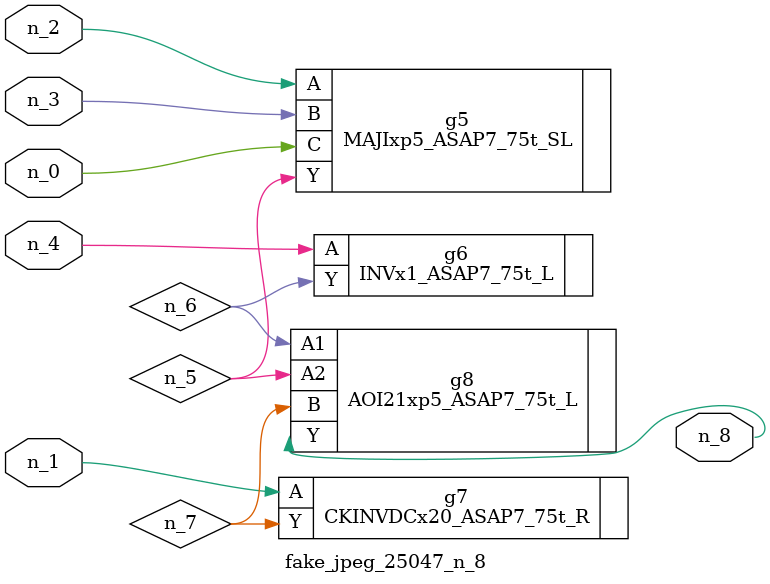
<source format=v>
module fake_jpeg_25047_n_8 (n_3, n_2, n_1, n_0, n_4, n_8);

input n_3;
input n_2;
input n_1;
input n_0;
input n_4;

output n_8;

wire n_6;
wire n_5;
wire n_7;

MAJIxp5_ASAP7_75t_SL g5 ( 
.A(n_2),
.B(n_3),
.C(n_0),
.Y(n_5)
);

INVx1_ASAP7_75t_L g6 ( 
.A(n_4),
.Y(n_6)
);

CKINVDCx20_ASAP7_75t_R g7 ( 
.A(n_1),
.Y(n_7)
);

AOI21xp5_ASAP7_75t_L g8 ( 
.A1(n_6),
.A2(n_5),
.B(n_7),
.Y(n_8)
);


endmodule
</source>
